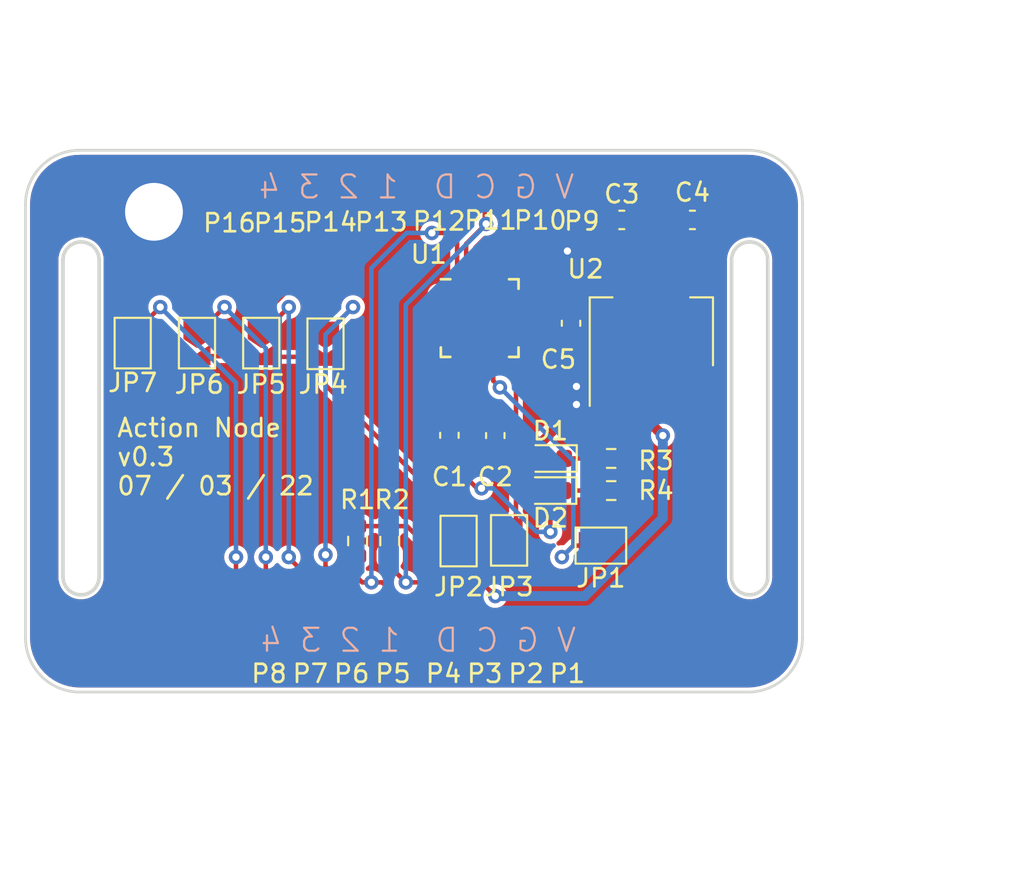
<source format=kicad_pcb>
(kicad_pcb (version 20211014) (generator pcbnew)
  (layers (0 "F.Cu" signal) (31 "B.Cu" signal) (34 "B.Paste" user) (35 "F.Paste" user) (36 "B.SilkS" user "B.Silkscreen") (37 "F.SilkS" user "F.Silkscreen") (38 "B.Mask" user) (39 "F.Mask" user) (44 "Edge.Cuts" user))
  (net 0 "")
  (net 1 "Net-(C1-Pad1)")
  (net 2 "GND")
  (net 3 "Net-(C2-Pad1)")
  (net 4 "Net-(C3-Pad1)")
  (net 5 "VCC")
  (net 6 "+3V3")
  (net 7 "/AD0")
  (net 8 "Net-(JP1-Pad2)")
  (net 9 "/INT")
  (net 10 "/CH1")
  (net 11 "/CH2")
  (net 12 "/CH3")
  (net 13 "/CH4")
  (net 14 "/SCL")
  (net 15 "/SDA")
  (net 18 "Net-(D1-Pad1)")
  (net 19 "Net-(D2-Pad1)")
  (footprint "Sensor_Motion:InvenSense_QFN-24_4x4mm_P0.5mm" (layer "F.Cu") (at 126.646 43.215)
    (fp_text reference "U1" (at -2.819 -3.531) (layer "F.SilkS"))
    (fp_text value "MPU-6050")
    (fp_line (start 2.15 -2.15) (end 1.625 -2.15) (layer "F.SilkS") (width 0.15))
    (fp_line (start 2.15 -2.15) (end 2.15 -1.625) (layer "F.SilkS") (width 0.15))
    (fp_line (start 2.15 2.15) (end 2.15 1.625) (layer "F.SilkS") (width 0.15))
    (fp_line (start -2.15 2.15) (end -2.15 1.625) (layer "F.SilkS") (width 0.15))
    (fp_line (start -2.15 -2.15) (end -1.625 -2.15) (layer "F.SilkS") (width 0.15))
    (fp_line (start -2.15 2.15) (end -1.625 2.15) (layer "F.SilkS") (width 0.15))
    (fp_line (start 2.15 2.15) (end 1.625 2.15) (layer "F.SilkS") (width 0.15))
    (pad "1" smd roundrect (at -1.95 -1.25) (size 0.85 0.3) (layers "F.Cu" "F.Paste" "F.Mask") (net 2 "GND"))
    (pad "2" smd roundrect (at -1.95 -0.75) (size 0.85 0.3) (layers "F.Cu" "F.Paste" "F.Mask"))
    (pad "3" smd roundrect (at -1.95 -0.25) (size 0.85 0.3) (layers "F.Cu" "F.Paste" "F.Mask"))
    (pad "4" smd roundrect (at -1.95 0.25) (size 0.85 0.3) (layers "F.Cu" "F.Paste" "F.Mask"))
    (pad "5" smd roundrect (at -1.95 0.75) (size 0.85 0.3) (layers "F.Cu" "F.Paste" "F.Mask"))
    (pad "6" smd roundrect (at -1.95 1.25) (size 0.85 0.3) (layers "F.Cu" "F.Paste" "F.Mask"))
    (pad "7" smd roundrect (at -1.25 1.95 90) (size 0.85 0.3) (layers "F.Cu" "F.Paste" "F.Mask"))
    (pad "8" smd roundrect (at -0.75 1.95 90) (size 0.85 0.3) (layers "F.Cu" "F.Paste" "F.Mask") (net 1 "Net-(C1-Pad1)"))
    (pad "9" smd roundrect (at -0.25 1.95 90) (size 0.85 0.3) (layers "F.Cu" "F.Paste" "F.Mask") (net 7 "/AD0"))
    (pad "10" smd roundrect (at 0.25 1.95 90) (size 0.85 0.3) (layers "F.Cu" "F.Paste" "F.Mask") (net 3 "Net-(C2-Pad1)"))
    (pad "11" smd roundrect (at 0.75 1.95 90) (size 0.85 0.3) (layers "F.Cu" "F.Paste" "F.Mask") (net 8 "Net-(JP1-Pad2)"))
    (pad "12" smd roundrect (at 1.25 1.95 90) (size 0.85 0.3) (layers "F.Cu" "F.Paste" "F.Mask") (net 9 "/INT"))
    (pad "13" smd roundrect (at 1.95 1.25) (size 0.85 0.3) (layers "F.Cu" "F.Paste" "F.Mask") (net 6 "+3V3"))
    (pad "14" smd roundrect (at 1.95 0.75) (size 0.85 0.3) (layers "F.Cu" "F.Paste" "F.Mask"))
    (pad "15" smd roundrect (at 1.95 0.25) (size 0.85 0.3) (layers "F.Cu" "F.Paste" "F.Mask"))
    (pad "16" smd roundrect (at 1.95 -0.25) (size 0.85 0.3) (layers "F.Cu" "F.Paste" "F.Mask"))
    (pad "17" smd roundrect (at 1.95 -0.75) (size 0.85 0.3) (layers "F.Cu" "F.Paste" "F.Mask"))
    (pad "18" smd roundrect (at 1.95 -1.25) (size 0.85 0.3) (layers "F.Cu" "F.Paste" "F.Mask") (net 2 "GND"))
    (pad "19" smd roundrect (at 1.25 -1.95 90) (size 0.85 0.3) (layers "F.Cu" "F.Paste" "F.Mask"))
    (pad "20" smd roundrect (at 0.75 -1.95 90) (size 0.85 0.3) (layers "F.Cu" "F.Paste" "F.Mask") (net 4 "Net-(C3-Pad1)"))
    (pad "21" smd roundrect (at 0.25 -1.95 90) (size 0.85 0.3) (layers "F.Cu" "F.Paste" "F.Mask"))
    (pad "22" smd roundrect (at -0.25 -1.95 90) (size 0.85 0.3) (layers "F.Cu" "F.Paste" "F.Mask"))
    (pad "23" smd roundrect (at -0.75 -1.95 90) (size 0.85 0.3) (layers "F.Cu" "F.Paste" "F.Mask") (net 14 "/SCL"))
    (pad "24" smd roundrect (at -1.25 -1.95 90) (size 0.85 0.3) (layers "F.Cu" "F.Paste" "F.Mask") (net 15 "/SDA"))
    (zone (net 0) (net_name "") (layer "F.Cu") (connect_pads (clearance 0)) (min_thickness 0.254)
      (keepout (tracks not_allowed) (vias not_allowed) (pads not_allowed) (copperpour not_allowed) (footprints allowed))
      (fill (thermal_gap 0.508) (thermal_bridge_width 0.508))
      (polygon (pts (xy 125.271 41.89) (xy 128.021 41.89) (xy 128.021 44.54) (xy 125.271 44.54)))
    )
  )
  (footprint "Connector_Wire:SolderWirePad_1x01_SMD_1x2mm" (layer "F.Cu") (at 114.99 36)
    (fp_text reference "P16" (at -2.19 1.95) (layer "F.SilkS"))
    (fp_text value "CH4")
    (pad "1" smd roundrect (at 0 0) (size 1 2) (layers "F.Cu" "F.Paste" "F.Mask") (net 13 "/CH4"))
  )
  (footprint "Connector_Wire:SolderWirePad_1x01_SMD_1x2mm" (layer "F.Cu") (at 124.642 61)
    (fp_text reference "P4" (at 0 1.9) (layer "F.SilkS"))
    (fp_text value "SDA")
    (pad "1" smd roundrect (at 0 0) (size 1 2) (layers "F.Cu" "F.Paste" "F.Mask") (net 15 "/SDA"))
  )
  (footprint "LED_SMD:LED_0603_1608Metric" (layer "F.Cu") (at 130.507 52.765 180)
    (fp_text reference "D2" (at -0.051 -1.524) (layer "F.SilkS"))
    (fp_text value "Selector")
    (fp_line (start 0.8 -0.735) (end -1.485 -0.735) (layer "F.SilkS") (width 0.12))
    (fp_line (start -1.485 -0.735) (end -1.485 0.735) (layer "F.SilkS") (width 0.12))
    (fp_line (start -1.485 0.735) (end 0.8 0.735) (layer "F.SilkS") (width 0.12))
    (pad "1" smd roundrect (at -0.7875 0 180) (size 0.875 0.95) (layers "F.Cu" "F.Paste" "F.Mask") (net 19 "Net-(D2-Pad1)"))
    (pad "2" smd roundrect (at 0.7875 0 180) (size 0.875 0.95) (layers "F.Cu" "F.Paste" "F.Mask") (net 7 "/AD0"))
  )
  (footprint "Resistor_SMD:R_0603_1608Metric" (layer "F.Cu") (at 133.923 50.987 180)
    (fp_text reference "R3" (at -2.476 -0.127) (layer "F.SilkS"))
    (fp_text value "68")
    (fp_line (start -0.237258 -0.5225) (end 0.237258 -0.5225) (layer "F.SilkS") (width 0.12))
    (fp_line (start -0.237258 0.5225) (end 0.237258 0.5225) (layer "F.SilkS") (width 0.12))
    (pad "1" smd roundrect (at -0.825 0 180) (size 0.8 0.95) (layers "F.Cu" "F.Paste" "F.Mask") (net 2 "GND"))
    (pad "2" smd roundrect (at 0.825 0 180) (size 0.8 0.95) (layers "F.Cu" "F.Paste" "F.Mask") (net 18 "Net-(D1-Pad1)"))
  )
  (footprint "Connector_Wire:SolderWirePad_1x01_SMD_1x2mm" (layer "F.Cu") (at 119.562 36)
    (fp_text reference "P14" (at -1.162 1.9) (layer "F.SilkS"))
    (fp_text value "CH2")
    (pad "1" smd roundrect (at 0 0) (size 1 2) (layers "F.Cu" "F.Paste" "F.Mask") (net 11 "/CH2"))
  )
  (footprint "Jumper:SolderJumper-2_P1.3mm_Open_TrianglePad1.0x1.5mm" (layer "F.Cu") (at 125.478 55.559 -90)
    (fp_text reference "JP2" (at 2.54 0 180) (layer "F.SilkS"))
    (fp_text value "Jumper")
    (fp_line (start -1.4 -1) (end 1.4 -1) (layer "F.SilkS") (width 0.12))
    (fp_line (start 1.4 1) (end -1.4 1) (layer "F.SilkS") (width 0.12))
    (fp_line (start 1.4 -1) (end 1.4 1) (layer "F.SilkS") (width 0.12))
    (fp_line (start -1.4 1) (end -1.4 -1) (layer "F.SilkS") (width 0.12))
    (pad "1" smd custom (at -0.725 0 270) (size 0.3 0.3) (layers "F.Cu" "F.Mask") (net 9 "/INT") (options (clearance outline) (anchor rect)) (primitives (gr_poly (pts (xy 1 0) (xy 0.5 0.75) (xy -0.5 0.75) (xy -0.5 -0.75) (xy 0.5 -0.75)) (width 0) (fill yes))))
    (pad "2" smd custom (at 0.725 0 270) (size 0.3 0.3) (layers "F.Cu" "F.Mask") (net 6 "+3V3") (options (clearance outline) (anchor rect)) (primitives (gr_poly (pts (xy 0.5 0.75) (xy -0.65 0.75) (xy -0.15 0) (xy -0.65 -0.75) (xy 0.5 -0.75)) (width 0) (fill yes))))
  )
  (footprint "Capacitor_SMD:C_0603_1608Metric" (layer "F.Cu") (at 138.419 37.779 180)
    (fp_text reference "C4" (at 0 1.524) (layer "F.SilkS"))
    (fp_text value "0.33u")
    (fp_line (start -0.14058 -0.51) (end 0.14058 -0.51) (layer "F.SilkS") (width 0.12))
    (fp_line (start -0.14058 0.51) (end 0.14058 0.51) (layer "F.SilkS") (width 0.12))
    (pad "1" smd roundrect (at -0.775 0 180) (size 0.9 0.95) (layers "F.Cu" "F.Paste" "F.Mask") (net 5 "VCC"))
    (pad "2" smd roundrect (at 0.775 0 180) (size 0.9 0.95) (layers "F.Cu" "F.Paste" "F.Mask") (net 2 "GND"))
  )
  (footprint "Connector_Wire:SolderWirePad_1x01_SMD_1x2mm" (layer "F.Cu") (at 126.928 61)
    (fp_text reference "P3" (at 0 1.9) (layer "F.SilkS"))
    (fp_text value "SCL")
    (pad "1" smd roundrect (at 0 0) (size 1 2) (layers "F.Cu" "F.Paste" "F.Mask") (net 14 "/SCL"))
  )
  (footprint "Connector_Wire:SolderWirePad_1x01_SMD_1x2mm" (layer "F.Cu") (at 124.642 36)
    (fp_text reference "P12" (at -0.242 1.85) (layer "F.SilkS"))
    (fp_text value "SDA")
    (pad "1" smd roundrect (at 0 0) (size 1 2) (layers "F.Cu" "F.Paste" "F.Mask") (net 15 "/SDA"))
  )
  (footprint "Connector_Wire:SolderWirePad_1x01_SMD_1x2mm" (layer "F.Cu") (at 126.928 36)
    (fp_text reference "P11" (at 0.322 1.8) (layer "F.SilkS"))
    (fp_text value "SCL")
    (pad "1" smd roundrect (at 0 0) (size 1 2) (layers "F.Cu" "F.Paste" "F.Mask") (net 14 "/SCL"))
  )
  (footprint "Package_TO_SOT_SMD:SOT-223-3_TabPin2" (layer "F.Cu") (at 136.146 43.977 90)
    (fp_text reference "U2" (at 3.477 -3.646 180) (layer "F.SilkS"))
    (fp_text value "AMS1117-3.3")
    (fp_line (start -1.85 3.41) (end 1.91 3.41) (layer "F.SilkS") (width 0.12))
    (fp_line (start 1.91 -3.41) (end 1.91 -2.15) (layer "F.SilkS") (width 0.12))
    (fp_line (start -4.1 -3.41) (end 1.91 -3.41) (layer "F.SilkS") (width 0.12))
    (fp_line (start 1.91 3.41) (end 1.91 2.15) (layer "F.SilkS") (width 0.12))
    (pad "1" smd rect (at -3.15 -2.3 90) (size 2 1.5) (layers "F.Cu" "F.Paste" "F.Mask") (net 2 "GND"))
    (pad "2" smd rect (at 3.15 0 90) (size 2 3.8) (layers "F.Cu" "F.Paste" "F.Mask") (net 6 "+3V3"))
    (pad "2" smd rect (at -3.15 0 90) (size 2 1.5) (layers "F.Cu" "F.Paste" "F.Mask") (net 6 "+3V3"))
    (pad "3" smd rect (at -3.15 2.3 90) (size 2 1.5) (layers "F.Cu" "F.Paste" "F.Mask") (net 5 "VCC"))
  )
  (footprint "Jumper:SolderJumper-2_P1.3mm_Open_TrianglePad1.0x1.5mm" (layer "F.Cu") (at 107.444 44.6 -90)
    (fp_text reference "JP7" (at 2.196 0) (layer "F.SilkS"))
    (fp_text value "Jumper")
    (fp_line (start 1.4 -1) (end 1.4 1) (layer "F.SilkS") (width 0.12))
    (fp_line (start -1.4 -1) (end 1.4 -1) (layer "F.SilkS") (width 0.12))
    (fp_line (start 1.4 1) (end -1.4 1) (layer "F.SilkS") (width 0.12))
    (fp_line (start -1.4 1) (end -1.4 -1) (layer "F.SilkS") (width 0.12))
    (pad "1" smd custom (at -0.725 0 270) (size 0.3 0.3) (layers "F.Cu" "F.Mask") (net 13 "/CH4") (options (clearance outline) (anchor rect)) (primitives (gr_poly (pts (xy 1 0) (xy 0.5 0.75) (xy -0.5 0.75) (xy -0.5 -0.75) (xy 0.5 -0.75)) (width 0) (fill yes))))
    (pad "2" smd custom (at 0.725 0 270) (size 0.3 0.3) (layers "F.Cu" "F.Mask") (net 7 "/AD0") (options (clearance outline) (anchor rect)) (primitives (gr_poly (pts (xy 0.5 0.75) (xy -0.65 0.75) (xy -0.15 0) (xy -0.65 -0.75) (xy 0.5 -0.75)) (width 0) (fill yes))))
  )
  (footprint "Jumper:SolderJumper-2_P1.3mm_Open_TrianglePad1.0x1.5mm" (layer "F.Cu") (at 111 44.6 -90)
    (fp_text reference "JP6" (at 2.286 -0.127) (layer "F.SilkS"))
    (fp_text value "Jumper")
    (fp_line (start 1.4 -1) (end 1.4 1) (layer "F.SilkS") (width 0.12))
    (fp_line (start -1.4 1) (end -1.4 -1) (layer "F.SilkS") (width 0.12))
    (fp_line (start 1.4 1) (end -1.4 1) (layer "F.SilkS") (width 0.12))
    (fp_line (start -1.4 -1) (end 1.4 -1) (layer "F.SilkS") (width 0.12))
    (pad "1" smd custom (at -0.725 0 270) (size 0.3 0.3) (layers "F.Cu" "F.Mask") (net 12 "/CH3") (options (clearance outline) (anchor rect)) (primitives (gr_poly (pts (xy 1 0) (xy 0.5 0.75) (xy -0.5 0.75) (xy -0.5 -0.75) (xy 0.5 -0.75)) (width 0) (fill yes))))
    (pad "2" smd custom (at 0.725 0 270) (size 0.3 0.3) (layers "F.Cu" "F.Mask") (net 7 "/AD0") (options (clearance outline) (anchor rect)) (primitives (gr_poly (pts (xy 0.5 0.75) (xy -0.65 0.75) (xy -0.15 0) (xy -0.65 -0.75) (xy 0.5 -0.75)) (width 0) (fill yes))))
  )
  (footprint "Connector_Wire:SolderWirePad_1x01_SMD_1x2mm" (layer "F.Cu") (at 114.99 61)
    (fp_text reference "P8" (at 0 1.9) (layer "F.SilkS"))
    (fp_text value "CH4")
    (pad "1" smd roundrect (at 0 0) (size 1 2) (layers "F.Cu" "F.Paste" "F.Mask") (net 13 "/CH4"))
  )
  (footprint "Capacitor_SMD:C_0603_1608Metric" (layer "F.Cu") (at 124.97 49.704 -90)
    (fp_text reference "C1" (at 2.299 0) (layer "F.SilkS"))
    (fp_text value "10n")
    (fp_line (start -0.14058 0.51) (end 0.14058 0.51) (layer "F.SilkS") (width 0.12))
    (fp_line (start -0.14058 -0.51) (end 0.14058 -0.51) (layer "F.SilkS") (width 0.12))
    (pad "1" smd roundrect (at -0.775 0 270) (size 0.9 0.95) (layers "F.Cu" "F.Paste" "F.Mask") (net 1 "Net-(C1-Pad1)"))
    (pad "2" smd roundrect (at 0.775 0 270) (size 0.9 0.95) (layers "F.Cu" "F.Paste" "F.Mask") (net 2 "GND"))
  )
  (footprint "Resistor_SMD:R_0603_1608Metric" (layer "F.Cu") (at 121.668 55.559 -90)
    (fp_text reference "R2" (at -2.286 -0.127 180) (layer "F.SilkS"))
    (fp_text value "10k")
    (fp_line (start -0.237258 -0.5225) (end 0.237258 -0.5225) (layer "F.SilkS") (width 0.12))
    (fp_line (start -0.237258 0.5225) (end 0.237258 0.5225) (layer "F.SilkS") (width 0.12))
    (pad "1" smd roundrect (at -0.825 0 270) (size 0.8 0.95) (layers "F.Cu" "F.Paste" "F.Mask") (net 6 "+3V3"))
    (pad "2" smd roundrect (at 0.825 0 270) (size 0.8 0.95) (layers "F.Cu" "F.Paste" "F.Mask") (net 14 "/SCL"))
  )
  (footprint "Capacitor_SMD:C_0603_1608Metric" (layer "F.Cu") (at 127.51 49.717 -90)
    (fp_text reference "C2" (at 2.286 0) (layer "F.SilkS"))
    (fp_text value "0.1u")
    (fp_line (start -0.14058 0.51) (end 0.14058 0.51) (layer "F.SilkS") (width 0.12))
    (fp_line (start -0.14058 -0.51) (end 0.14058 -0.51) (layer "F.SilkS") (width 0.12))
    (pad "1" smd roundrect (at -0.775 0 270) (size 0.9 0.95) (layers "F.Cu" "F.Paste" "F.Mask") (net 3 "Net-(C2-Pad1)"))
    (pad "2" smd roundrect (at 0.775 0 270) (size 0.9 0.95) (layers "F.Cu" "F.Paste" "F.Mask") (net 2 "GND"))
  )
  (footprint "Jumper:SolderJumper-2_P1.3mm_Open_TrianglePad1.0x1.5mm" (layer "F.Cu") (at 114.556 44.6 -90)
    (fp_text reference "JP5" (at 2.286 0) (layer "F.SilkS"))
    (fp_text value "Jumper")
    (fp_line (start 1.4 1) (end -1.4 1) (layer "F.SilkS") (width 0.12))
    (fp_line (start -1.4 1) (end -1.4 -1) (layer "F.SilkS") (width 0.12))
    (fp_line (start 1.4 -1) (end 1.4 1) (layer "F.SilkS") (width 0.12))
    (fp_line (start -1.4 -1) (end 1.4 -1) (layer "F.SilkS") (width 0.12))
    (pad "1" smd custom (at -0.725 0 270) (size 0.3 0.3) (layers "F.Cu" "F.Mask") (net 11 "/CH2") (options (clearance outline) (anchor rect)) (primitives (gr_poly (pts (xy 1 0) (xy 0.5 0.75) (xy -0.5 0.75) (xy -0.5 -0.75) (xy 0.5 -0.75)) (width 0) (fill yes))))
    (pad "2" smd custom (at 0.725 0 270) (size 0.3 0.3) (layers "F.Cu" "F.Mask") (net 7 "/AD0") (options (clearance outline) (anchor rect)) (primitives (gr_poly (pts (xy 0.5 0.75) (xy -0.65 0.75) (xy -0.15 0) (xy -0.65 -0.75) (xy 0.5 -0.75)) (width 0) (fill yes))))
  )
  (footprint "LED_SMD:LED_0603_1608Metric" (layer "F.Cu") (at 130.5325 50.987 180)
    (fp_text reference "D1" (at -0.0255 1.524) (layer "F.SilkS"))
    (fp_text value "Power")
    (fp_line (start 0.8 -0.735) (end -1.485 -0.735) (layer "F.SilkS") (width 0.12))
    (fp_line (start -1.485 0.735) (end 0.8 0.735) (layer "F.SilkS") (width 0.12))
    (fp_line (start -1.485 -0.735) (end -1.485 0.735) (layer "F.SilkS") (width 0.12))
    (pad "1" smd roundrect (at -0.7875 0 180) (size 0.875 0.95) (layers "F.Cu" "F.Paste" "F.Mask") (net 18 "Net-(D1-Pad1)"))
    (pad "2" smd roundrect (at 0.7875 0 180) (size 0.875 0.95) (layers "F.Cu" "F.Paste" "F.Mask") (net 6 "+3V3"))
  )
  (footprint "Capacitor_SMD:C_0603_1608Metric" (layer "F.Cu") (at 131.701 43.5 90)
    (fp_text reference "C5" (at -2 -0.701 180) (layer "F.SilkS"))
    (fp_text value "0.1u")
    (fp_line (start -0.14058 0.51) (end 0.14058 0.51) (layer "F.SilkS") (width 0.12))
    (fp_line (start -0.14058 -0.51) (end 0.14058 -0.51) (layer "F.SilkS") (width 0.12))
    (pad "1" smd roundrect (at -0.775 0 90) (size 0.9 0.95) (layers "F.Cu" "F.Paste" "F.Mask") (net 6 "+3V3"))
    (pad "2" smd roundrect (at 0.775 0 90) (size 0.9 0.95) (layers "F.Cu" "F.Paste" "F.Mask") (net 2 "GND"))
  )
  (footprint "Connector_Wire:SolderWirePad_1x01_SMD_1x2mm" (layer "F.Cu") (at 121.848 36)
    (fp_text reference "P13" (at -0.648 1.9) (layer "F.SilkS"))
    (fp_text value "CH1")
    (pad "1" smd roundrect (at 0 0) (size 1 2) (layers "F.Cu" "F.Paste" "F.Mask") (net 10 "/CH1"))
  )
  (footprint "Resistor_SMD:R_0603_1608Metric" (layer "F.Cu") (at 133.924 52.765 180)
    (fp_text reference "R4" (at -2.476 0) (layer "F.SilkS"))
    (fp_text value "68")
    (fp_line (start -0.237258 0.5225) (end 0.237258 0.5225) (layer "F.SilkS") (width 0.12))
    (fp_line (start -0.237258 -0.5225) (end 0.237258 -0.5225) (layer "F.SilkS") (width 0.12))
    (pad "1" smd roundrect (at -0.825 0 180) (size 0.8 0.95) (layers "F.Cu" "F.Paste" "F.Mask") (net 2 "GND"))
    (pad "2" smd roundrect (at 0.825 0 180) (size 0.8 0.95) (layers "F.Cu" "F.Paste" "F.Mask") (net 19 "Net-(D2-Pad1)"))
  )
  (footprint "Connector_Wire:SolderWirePad_1x01_SMD_1x2mm" (layer "F.Cu") (at 129.214 61)
    (fp_text reference "P2" (at 0 1.9) (layer "F.SilkS"))
    (fp_text value "GND")
    (pad "1" smd roundrect (at 0 0) (size 1 2) (layers "F.Cu" "F.Paste" "F.Mask") (net 2 "GND"))
  )
  (footprint "Connector_Wire:SolderWirePad_1x01_SMD_1x2mm" (layer "F.Cu") (at 117.276 36)
    (fp_text reference "P15" (at -1.676 1.95) (layer "F.SilkS"))
    (fp_text value "CH3")
    (pad "1" smd roundrect (at 0 0) (size 1 2) (layers "F.Cu" "F.Paste" "F.Mask") (net 12 "/CH3"))
  )
  (footprint "Capacitor_SMD:C_0603_1608Metric" (layer "F.Cu") (at 134.508 37.779)
    (fp_text reference "C3" (at 0 -1.43) (layer "F.SilkS"))
    (fp_text value "2.2n")
    (fp_line (start -0.14058 0.51) (end 0.14058 0.51) (layer "F.SilkS") (width 0.12))
    (fp_line (start -0.14058 -0.51) (end 0.14058 -0.51) (layer "F.SilkS") (width 0.12))
    (pad "1" smd roundrect (at -0.775 0) (size 0.9 0.95) (layers "F.Cu" "F.Paste" "F.Mask") (net 4 "Net-(C3-Pad1)"))
    (pad "2" smd roundrect (at 0.775 0) (size 0.9 0.95) (layers "F.Cu" "F.Paste" "F.Mask") (net 2 "GND"))
  )
  (footprint "Connector_Wire:SolderWirePad_1x01_SMD_1x2mm" (layer "F.Cu") (at 119.562 61)
    (fp_text reference "P6" (at 0 1.9) (layer "F.SilkS"))
    (fp_text value "CH2")
    (pad "1" smd roundrect (at 0 0) (size 1 2) (layers "F.Cu" "F.Paste" "F.Mask") (net 11 "/CH2"))
  )
  (footprint "Connector_Wire:SolderWirePad_1x01_SMD_1x2mm" (layer "F.Cu") (at 131.5 61)
    (fp_text reference "P1" (at 0 1.9) (layer "F.SilkS"))
    (fp_text value "VCC")
    (pad "1" smd roundrect (at 0 0) (size 1 2) (layers "F.Cu" "F.Paste" "F.Mask") (net 5 "VCC"))
  )
  (footprint "Jumper:SolderJumper-2_P1.3mm_Open_TrianglePad1.0x1.5mm" (layer "F.Cu") (at 133.352 55.813 180)
    (fp_text reference "JP1" (at 0 -1.8) (layer "F.SilkS"))
    (fp_text value "Jumper")
    (fp_line (start -1.4 -1) (end 1.4 -1) (layer "F.SilkS") (width 0.12))
    (fp_line (start -1.4 1) (end -1.4 -1) (layer "F.SilkS") (width 0.12))
    (fp_line (start 1.4 1) (end -1.4 1) (layer "F.SilkS") (width 0.12))
    (fp_line (start 1.4 -1) (end 1.4 1) (layer "F.SilkS") (width 0.12))
    (pad "1" smd custom (at -0.725 0 180) (size 0.3 0.3) (layers "F.Cu" "F.Mask") (net 2 "GND") (options (clearance outline) (anchor rect)) (primitives (gr_poly (pts (xy 1 0) (xy 0.5 0.75) (xy -0.5 0.75) (xy -0.5 -0.75) (xy 0.5 -0.75)) (width 0) (fill yes))))
    (pad "2" smd custom (at 0.725 0 180) (size 0.3 0.3) (layers "F.Cu" "F.Mask") (net 8 "Net-(JP1-Pad2)") (options (clearance outline) (anchor rect)) (primitives (gr_poly (pts (xy 0.5 0.75) (xy -0.65 0.75) (xy -0.15 0) (xy -0.65 -0.75) (xy 0.5 -0.75)) (width 0) (fill yes))))
  )
  (footprint "Connector_Wire:SolderWirePad_1x01_SMD_1x2mm" (layer "F.Cu") (at 117.276 61)
    (fp_text reference "P7" (at 0 1.9) (layer "F.SilkS"))
    (fp_text value "CH3")
    (pad "1" smd roundrect (at 0 0) (size 1 2) (layers "F.Cu" "F.Paste" "F.Mask") (net 12 "/CH3"))
  )
  (footprint "Jumper:SolderJumper-2_P1.3mm_Open_TrianglePad1.0x1.5mm" (layer "F.Cu") (at 118.112 44.637 -90)
    (fp_text reference "JP4" (at 2.249 0.127) (layer "F.SilkS"))
    (fp_text value "Jumper")
    (fp_line (start -1.4 1) (end -1.4 -1) (layer "F.SilkS") (width 0.12))
    (fp_line (start 1.4 1) (end -1.4 1) (layer "F.SilkS") (width 0.12))
    (fp_line (start -1.4 -1) (end 1.4 -1) (layer "F.SilkS") (width 0.12))
    (fp_line (start 1.4 -1) (end 1.4 1) (layer "F.SilkS") (width 0.12))
    (pad "1" smd custom (at -0.725 0 270) (size 0.3 0.3) (layers "F.Cu" "F.Mask") (net 10 "/CH1") (options (clearance outline) (anchor rect)) (primitives (gr_poly (pts (xy 1 0) (xy 0.5 0.75) (xy -0.5 0.75) (xy -0.5 -0.75) (xy 0.5 -0.75)) (width 0) (fill yes))))
    (pad "2" smd custom (at 0.725 0 270) (size 0.3 0.3) (layers "F.Cu" "F.Mask") (net 7 "/AD0") (options (clearance outline) (anchor rect)) (primitives (gr_poly (pts (xy 0.5 0.75) (xy -0.65 0.75) (xy -0.15 0) (xy -0.65 -0.75) (xy 0.5 -0.75)) (width 0) (fill yes))))
  )
  (footprint "Jumper:SolderJumper-2_P1.3mm_Open_TrianglePad1.0x1.5mm" (layer "F.Cu") (at 128.272 55.522 -90)
    (fp_text reference "JP3" (at 2.577 0 180) (layer "F.SilkS"))
    (fp_text value "Jumper")
    (fp_line (start 1.4 1) (end -1.4 1) (layer "F.SilkS") (width 0.12))
    (fp_line (start -1.4 -1) (end 1.4 -1) (layer "F.SilkS") (width 0.12))
    (fp_line (start -1.4 1) (end -1.4 -1) (layer "F.SilkS") (width 0.12))
    (fp_line (start 1.4 -1) (end 1.4 1) (layer "F.SilkS") (width 0.12))
    (pad "1" smd custom (at -0.725 0 270) (size 0.3 0.3) (layers "F.Cu" "F.Mask") (net 9 "/INT") (options (clearance outline) (anchor rect)) (primitives (gr_poly (pts (xy 1 0) (xy 0.5 0.75) (xy -0.5 0.75) (xy -0.5 -0.75) (xy 0.5 -0.75)) (width 0) (fill yes))))
    (pad "2" smd custom (at 0.725 0 270) (size 0.3 0.3) (layers "F.Cu" "F.Mask") (net 2 "GND") (options (clearance outline) (anchor rect)) (primitives (gr_poly (pts (xy 0.5 0.75) (xy -0.65 0.75) (xy -0.15 0) (xy -0.65 -0.75) (xy 0.5 -0.75)) (width 0) (fill yes))))
  )
  (footprint "Connector_Wire:SolderWirePad_1x01_SMD_1x2mm" (layer "F.Cu") (at 131.5 36)
    (fp_text reference "P9" (at 0.8 1.85) (layer "F.SilkS"))
    (fp_text value "VCC")
    (pad "1" smd roundrect (at 0 0) (size 1 2) (layers "F.Cu" "F.Paste" "F.Mask") (net 5 "VCC"))
  )
  (footprint "Connector_Wire:SolderWirePad_1x01_SMD_1x2mm" (layer "F.Cu") (at 129.214 36)
    (fp_text reference "P10" (at 0.786 1.8) (layer "F.SilkS"))
    (fp_text value "GND")
    (pad "1" smd roundrect (at 0 0) (size 1 2) (layers "F.Cu" "F.Paste" "F.Mask") (net 2 "GND"))
  )
  (footprint "Connector_Wire:SolderWirePad_1x01_SMD_1x2mm" (layer "F.Cu") (at 121.848 61)
    (fp_text reference "P5" (at 0 1.9) (layer "F.SilkS"))
    (fp_text value "CH1")
    (pad "1" smd roundrect (at 0 0) (size 1 2) (layers "F.Cu" "F.Paste" "F.Mask") (net 10 "/CH1"))
  )
  (footprint "Resistor_SMD:R_0603_1608Metric" (layer "F.Cu") (at 119.89 55.559 -90)
    (fp_text reference "R1" (at -2.286 0 180) (layer "F.SilkS"))
    (fp_text value "10k")
    (fp_line (start -0.237258 -0.5225) (end 0.237258 -0.5225) (layer "F.SilkS") (width 0.12))
    (fp_line (start -0.237258 0.5225) (end 0.237258 0.5225) (layer "F.SilkS") (width 0.12))
    (pad "1" smd roundrect (at -0.825 0 270) (size 0.8 0.95) (layers "F.Cu" "F.Paste" "F.Mask") (net 6 "+3V3"))
    (pad "2" smd roundrect (at 0.825 0 270) (size 0.8 0.95) (layers "F.Cu" "F.Paste" "F.Mask") (net 15 "/SDA"))
  )
  (gr_line (start 104.51 63.92) (end 141.51 63.92) (layer "Edge.Cuts") (width 0.15))
  (gr_arc (start 103.58468 40.017) (mid 104.58468 38.999393) (end 105.58468 40.017) (layer "Edge.Cuts") (width 0.2))
  (gr_arc (start 105.58468 57.517) (mid 104.58468 58.534607) (end 103.58468 57.517) (layer "Edge.Cuts") (width 0.2))
  (gr_line (start 104.51 33.92) (end 141.51 33.92) (layer "Edge.Cuts") (width 0.15))
  (gr_line (start 103.58468 57.517) (end 103.58468 40.017) (layer "Edge.Cuts") (width 0.2))
  (gr_arc (start 141.51 33.92) (mid 143.63132 34.79868) (end 144.51 36.92) (layer "Edge.Cuts") (width 0.15))
  (gr_line (start 105.58468 57.517) (end 105.58468 40.017) (layer "Edge.Cuts") (width 0.2))
  (gr_line (start 140.58468 57.517) (end 140.58468 40.017) (layer "Edge.Cuts") (width 0.2))
  (gr_arc (start 104.51 63.92) (mid 102.38868 63.04132) (end 101.51 60.92) (layer "Edge.Cuts") (width 0.15))
  (gr_line (start 101.51 60.92) (end 101.51 36.92) (layer "Edge.Cuts") (width 0.15))
  (gr_arc (start 140.58468 40.017) (mid 141.58468 38.999393) (end 142.58468 40.017) (layer "Edge.Cuts") (width 0.2))
  (gr_arc (start 144.51 60.92) (mid 143.63132 63.04132) (end 141.51 63.92) (layer "Edge.Cuts") (width 0.15))
  (gr_line (start 144.51 36.92) (end 144.51 60.92) (layer "Edge.Cuts") (width 0.15))
  (gr_arc (start 101.51 36.92) (mid 102.38868 34.79868) (end 104.51 33.92) (layer "Edge.Cuts") (width 0.15))
  (gr_arc (start 142.58468 57.517) (mid 141.58468 58.534607) (end 140.58468 57.517) (layer "Edge.Cuts") (width 0.2))
  (gr_line (start 142.58468 57.517) (end 142.58468 40.017) (layer "Edge.Cuts") (width 0.2))
  (gr_text "V G C D  1 2 3 4" (at 123.15 35.95) (layer "B.SilkS") (effects (font (size 1.27 1.27) (thickness 0.125)) (justify mirror)))
  (gr_text "V G C D  1 2 3 4" (at 123.25 61.05) (layer "B.SilkS") (effects (font (size 1.27 1.27) (thickness 0.125)) (justify mirror)))
  (gr_text "Action Node\nv0.3\n07 / 03 / 22" (at 106.5 50.9) (layer "F.SilkS") (effects (font (size 1 1)) (justify left)))
  (segment (start 124.97 47.304) (end 125.896 46.378) (width 0.25) (layer "F.Cu") (net 1))
  (segment (start 124.97 48.929) (end 124.97 47.304) (width 0.25) (layer "F.Cu") (net 1))
  (segment (start 125.896 46.378) (end 125.896 45.165) (width 0.25) (layer "F.Cu") (net 1))
  (via (at 132 48) (size 0.8) (drill 0.4) (layers "F.Cu" "B.Cu") (net 2))
  (via (at 131.5 39.5) (size 0.8) (drill 0.4) (layers "F.Cu" "B.Cu") (net 2))
  (via (at 132 47) (size 0.8) (drill 0.4) (layers "F.Cu" "B.Cu") (net 2))
  (via (at 108.62 37.33) (size 4) (drill 3.2) (layers "F.Cu" "B.Cu") (net 2))
  (segment (start 127.51 48.193) (end 127.51 48.942) (width 0.25) (layer "F.Cu") (net 3))
  (segment (start 126.896 47.579) (end 127.51 48.193) (width 0.25) (layer "F.Cu") (net 3))
  (segment (start 126.896 45.165) (end 126.896 47.579) (width 0.25) (layer "F.Cu") (net 3))
  (segment (start 127.396 41.265) (end 127.396 39.658) (width 0.25) (layer "F.Cu") (net 4))
  (segment (start 129.275 37.779) (end 133.733 37.779) (width 0.25) (layer "F.Cu") (net 4))
  (segment (start 127.396 39.658) (end 129.275 37.779) (width 0.25) (layer "F.Cu") (net 4))
  (segment (start 139.194 37.779) (end 139.194 45.907) (width 0.75) (layer "F.Cu") (net 5))
  (segment (start 138.446 46.655) (end 138.446 47.127) (width 0.5) (layer "F.Cu") (net 5))
  (segment (start 139.194 45.907) (end 138.446 46.655) (width 0.75) (layer "F.Cu") (net 5))
  (segment (start 135 61) (end 131.5 61) (width 0.75) (layer "F.Cu") (net 5))
  (segment (start 138.686 36) (end 139.194 36.508) (width 0.75) (layer "F.Cu") (net 5))
  (segment (start 138.446 47.127) (end 138.446 57.554) (width 0.75) (layer "F.Cu") (net 5))
  (segment (start 138.446 57.554) (end 135 61) (width 0.75) (layer "F.Cu") (net 5))
  (segment (start 138.686 36) (end 131.5 36) (width 0.75) (layer "F.Cu") (net 5))
  (segment (start 139.194 36.508) (end 139.194 37.779) (width 0.75) (layer "F.Cu") (net 5))
  (segment (start 131.701 44.472) (end 131.694 44.465) (width 0.25) (layer "F.Cu") (net 6))
  (segment (start 121.668 54.734) (end 119.89 54.734) (width 0.25) (layer "F.Cu") (net 6))
  (segment (start 136.146 45.145) (end 135.384 44.383) (width 0.5) (layer "F.Cu") (net 6))
  (segment (start 121.668 54.734) (end 122.621 54.734) (width 0.25) (layer "F.Cu") (net 6))
  (segment (start 125.478 56.575) (end 127.51 58.607) (width 0.25) (layer "F.Cu") (net 6))
  (segment (start 122.621 54.734) (end 124.208 56.321) (width 0.25) (layer "F.Cu") (net 6))
  (segment (start 135.384 43.113) (end 136.146 42.351) (width 0.5) (layer "F.Cu") (net 6))
  (segment (start 136.273 49.209) (end 130.939 49.209) (width 0.55) (layer "F.Cu") (net 6))
  (segment (start 125.441 56.321) (end 125.478 56.284) (width 0.25) (layer "F.Cu") (net 6))
  (segment (start 130.939 49.209) (end 129.745 50.403) (width 0.55) (layer "F.Cu") (net 6))
  (segment (start 129.745 50.403) (end 129.745 50.987) (width 0.55) (layer "F.Cu") (net 6))
  (segment (start 136.146 47.127) (end 136.146 49.082) (width 0.55) (layer "F.Cu") (net 6))
  (segment (start 135.384 44.383) (end 131.79 44.383) (width 0.6) (layer "F.Cu") (net 6))
  (segment (start 125.478 56.284) (end 125.478 56.575) (width 0.25) (layer "F.Cu") (net 6))
  (segment (start 131.694 44.465) (end 128.596 44.465) (width 0.3) (layer "F.Cu") (net 6))
  (segment (start 136.781 49.717) (end 136.273 49.209) (width 0.25) (layer "F.Cu") (net 6))
  (segment (start 136.146 47.127) (end 136.146 45.145) (width 0.5) (layer "F.Cu") (net 6))
  (segment (start 124.208 56.321) (end 125.441 56.321) (width 0.25) (layer "F.Cu") (net 6))
  (segment (start 136.146 49.082) (end 136.781 49.717) (width 0.55) (layer "F.Cu") (net 6))
  (segment (start 135.384 44.383) (end 135.384 43.113) (width 0.5) (layer "F.Cu") (net 6))
  (segment (start 131.79 44.383) (end 131.701 44.472) (width 0.25) (layer "F.Cu") (net 6))
  (segment (start 136.146 42.351) (end 136.146 40.827) (width 0.5) (layer "F.Cu") (net 6))
  (via (at 127.51 58.607) (size 0.8) (drill 0.4) (layers "F.Cu" "B.Cu") (net 6))
  (via (at 136.781 49.717) (size 0.8) (drill 0.4) (layers "F.Cu" "B.Cu") (net 6))
  (segment (start 136.781 54.289) (end 132.463 58.607) (width 0.55) (layer "B.Cu") (net 6))
  (segment (start 132.463 58.607) (end 127.51 58.607) (width 0.55) (layer "B.Cu") (net 6))
  (segment (start 136.781 49.717) (end 136.781 54.289) (width 0.55) (layer "B.Cu") (net 6))
  (segment (start 129.7195 52.765) (end 129.7195 53.0695) (width 0.25) (layer "F.Cu") (net 7))
  (segment (start 126.396 46.767) (end 126.24 46.923) (width 0.25) (layer "F.Cu") (net 7))
  (segment (start 125.478 52.511) (end 123.7 52.511) (width 0.25) (layer "F.Cu") (net 7))
  (segment (start 125.9225 52.0665) (end 126.494 52.638) (width 0.25) (layer "F.Cu") (net 7))
  (segment (start 126.24 46.923) (end 126.24 51.749) (width 0.25) (layer "F.Cu") (net 7))
  (segment (start 114.593 45.362) (end 114.556 45.325) (width 0.25) (layer "F.Cu") (net 7))
  (segment (start 111 45.325) (end 107.444 45.325) (width 0.25) (layer "F.Cu") (net 7))
  (segment (start 123.7 52.511) (end 118.112 46.923) (width 0.25) (layer "F.Cu") (net 7))
  (segment (start 118.112 46.923) (end 118.112 45.362) (width 0.25) (layer "F.Cu") (net 7))
  (segment (start 118.112 45.362) (end 114.593 45.362) (width 0.25) (layer "F.Cu") (net 7))
  (segment (start 126.494 52.638) (end 126.748 52.638) (width 0.25) (layer "F.Cu") (net 7))
  (segment (start 114.556 45.325) (end 111 45.325) (width 0.25) (layer "F.Cu") (net 7))
  (segment (start 126.396 45.165) (end 126.396 46.767) (width 0.25) (layer "F.Cu") (net 7))
  (segment (start 125.9225 52.0665) (end 125.478 52.511) (width 0.25) (layer "F.Cu") (net 7))
  (segment (start 126.24 51.749) (end 125.9225 52.0665) (width 0.25) (layer "F.Cu") (net 7))
  (segment (start 129.7195 53.0695) (end 130.558 53.908) (width 0.25) (layer "F.Cu") (net 7))
  (segment (start 130.558 53.908) (end 130.558 55.051) (width 0.25) (layer "F.Cu") (net 7))
  (via (at 130.558 55.051) (size 0.8) (drill 0.4) (layers "F.Cu" "B.Cu") (net 7))
  (via (at 126.748 52.638) (size 0.8) (drill 0.4) (layers "F.Cu" "B.Cu") (net 7))
  (segment (start 129.796 55.051) (end 130.558 55.051) (width 0.25) (layer "B.Cu") (net 7))
  (segment (start 126.748 52.638) (end 127.383 52.638) (width 0.25) (layer "B.Cu") (net 7))
  (segment (start 127.383 52.638) (end 129.796 55.051) (width 0.25) (layer "B.Cu") (net 7))
  (segment (start 131.828 55.813) (end 131.193 56.448) (width 0.25) (layer "F.Cu") (net 8))
  (segment (start 132.627 55.813) (end 131.828 55.813) (width 0.25) (layer "F.Cu") (net 8))
  (segment (start 127.396 45.165) (end 127.396 46.682) (width 0.25) (layer "F.Cu") (net 8))
  (segment (start 127.396 46.682) (end 127.764 47.05) (width 0.25) (layer "F.Cu") (net 8))
  (via (at 131.193 56.448) (size 0.8) (drill 0.4) (layers "F.Cu" "B.Cu") (net 8))
  (via (at 127.764 47.05) (size 0.8) (drill 0.4) (layers "F.Cu" "B.Cu") (net 8))
  (segment (start 131.828 51.114) (end 131.828 55.813) (width 0.25) (layer "B.Cu") (net 8))
  (segment (start 131.828 55.813) (end 131.193 56.448) (width 0.25) (layer "B.Cu") (net 8))
  (segment (start 127.764 47.05) (end 131.828 51.114) (width 0.25) (layer "B.Cu") (net 8))
  (segment (start 127.896 45.658) (end 128.653 46.415) (width 0.25) (layer "F.Cu") (net 9))
  (segment (start 127.896 45.165) (end 127.896 45.658) (width 0.25) (layer "F.Cu") (net 9))
  (segment (start 128.653 46.415) (end 128.653 54.416) (width 0.25) (layer "F.Cu") (net 9))
  (segment (start 125.478 54.834) (end 128.235 54.834) (width 0.25) (layer "F.Cu") (net 9))
  (segment (start 128.653 54.416) (end 128.272 54.797) (width 0.25) (layer "F.Cu") (net 9))
  (segment (start 128.235 54.834) (end 128.272 54.797) (width 0.25) (layer "F.Cu") (net 9))
  (segment (start 118.112 43.912) (end 118.329 43.912) (width 0.25) (layer "F.Cu") (net 10))
  (segment (start 120.45 59.3) (end 121.45 59.3) (width 0.25) (layer "F.Cu") (net 10))
  (segment (start 118.112 56.962) (end 120.45 59.3) (width 0.25) (layer "F.Cu") (net 10))
  (segment (start 121.848 37.652) (end 118.112 41.388) (width 0.25) (layer "F.Cu") (net 10))
  (segment (start 121.848 59.698) (end 121.848 61) (width 0.25) (layer "F.Cu") (net 10))
  (segment (start 121.45 59.3) (end 121.848 59.698) (width 0.25) (layer "F.Cu") (net 10))
  (segment (start 118.112 56.321) (end 118.112 56.962) (width 0.25) (layer "F.Cu") (net 10))
  (segment (start 121.848 36) (end 121.848 37.652) (width 0.25) (layer "F.Cu") (net 10))
  (segment (start 118.329 43.912) (end 119.636 42.605) (width 0.25) (layer "F.Cu") (net 10))
  (segment (start 118.112 41.388) (end 118.112 43.912) (width 0.25) (layer "F.Cu") (net 10))
  (via (at 118.112 56.321) (size 0.8) (drill 0.4) (layers "F.Cu" "B.Cu") (net 10))
  (via (at 119.636 42.605) (size 0.8) (drill 0.4) (layers "F.Cu" "B.Cu") (net 10))
  (segment (start 118.112 44.129) (end 118.112 56.321) (width 0.25) (layer "B.Cu") (net 10))
  (segment (start 119.636 42.605) (end 118.112 44.129) (width 0.25) (layer "B.Cu") (net 10))
  (segment (start 114.81 43.875) (end 116.08 42.605) (width 0.25) (layer "F.Cu") (net 11))
  (segment (start 119.562 38.138) (end 119.562 36) (width 0.25) (layer "F.Cu") (net 11))
  (segment (start 119.562 61) (end 119.562 59.962) (width 0.25) (layer "F.Cu") (net 11))
  (segment (start 114.556 43.144) (end 119.562 38.138) (width 0.25) (layer "F.Cu") (net 11))
  (segment (start 116.08 56.48) (end 116.08 56.448) (width 0.25) (layer "F.Cu") (net 11))
  (segment (start 114.556 43.875) (end 114.556 43.144) (width 0.25) (layer "F.Cu") (net 11))
  (segment (start 114.556 43.875) (end 114.81 43.875) (width 0.25) (layer "F.Cu") (net 11))
  (segment (start 119.562 59.962) (end 116.08 56.48) (width 0.25) (layer "F.Cu") (net 11))
  (via (at 116.08 56.448) (size 0.8) (drill 0.4) (layers "F.Cu" "B.Cu") (net 11))
  (via (at 116.08 42.605) (size 0.8) (drill 0.4) (layers "F.Cu" "B.Cu") (net 11))
  (segment (start 116.08 42.605) (end 116.08 56.448) (width 0.25) (layer "B.Cu") (net 11))
  (segment (start 117.276 36) (end 117.276 37.974) (width 0.25) (layer "F.Cu") (net 12))
  (segment (start 117.276 59.576) (end 117.276 61) (width 0.25) (layer "F.Cu") (net 12))
  (segment (start 114.81 57.11) (end 117.276 59.576) (width 0.25) (layer "F.Cu") (net 12))
  (segment (start 111 42.6) (end 111 43.875) (width 0.25) (layer "F.Cu") (net 12))
  (segment (start 111 43.875) (end 111.254 43.875) (width 0.25) (layer "F.Cu") (net 12))
  (segment (start 113.2 40.4) (end 111 42.6) (width 0.25) (layer "F.Cu") (net 12))
  (segment (start 114.85 40.4) (end 113.2 40.4) (width 0.25) (layer "F.Cu") (net 12))
  (segment (start 111.254 43.875) (end 112.524 42.605) (width 0.25) (layer "F.Cu") (net 12))
  (segment (start 117.276 37.974) (end 114.85 40.4) (width 0.25) (layer "F.Cu") (net 12))
  (segment (start 114.81 56.448) (end 114.81 57.11) (width 0.25) (layer "F.Cu") (net 12))
  (via (at 114.81 56.448) (size 0.8) (drill 0.4) (layers "F.Cu" "B.Cu") (net 12))
  (via (at 112.524 42.605) (size 0.8) (drill 0.4) (layers "F.Cu" "B.Cu") (net 12))
  (segment (start 114.81 44.891) (end 114.81 56.448) (width 0.25) (layer "B.Cu") (net 12))
  (segment (start 112.524 42.605) (end 114.81 44.891) (width 0.25) (layer "B.Cu") (net 12))
  (segment (start 113.159 57.709) (end 114.99 59.54) (width 0.25) (layer "F.Cu") (net 13))
  (segment (start 107.698 43.875) (end 108.968 42.605) (width 0.25) (layer "F.Cu") (net 13))
  (segment (start 114.99 37.81) (end 114.99 36) (width 0.25) (layer "F.Cu") (net 13))
  (segment (start 114.99 59.54) (end 114.99 61) (width 0.25) (layer "F.Cu") (net 13))
  (segment (start 113.159 56.448) (end 113.159 57.709) (width 0.25) (layer "F.Cu") (net 13))
  (segment (start 107.444 43.875) (end 107.698 43.875) (width 0.25) (layer "F.Cu") (net 13))
  (segment (start 113.3 39.5) (end 114.99 37.81) (width 0.25) (layer "F.Cu") (net 13))
  (segment (start 107.444 42.90853) (end 110.85253 39.5) (width 0.25) (layer "F.Cu") (net 13))
  (segment (start 107.444 43.875) (end 107.444 42.90853) (width 0.25) (layer "F.Cu") (net 13))
  (segment (start 110.85253 39.5) (end 113.3 39.5) (width 0.25) (layer "F.Cu") (net 13))
  (via (at 108.968 42.605) (size 0.8) (drill 0.4) (layers "F.Cu" "B.Cu") (net 13))
  (via (at 113.159 56.448) (size 0.8) (drill 0.4) (layers "F.Cu" "B.Cu") (net 13))
  (segment (start 108.968 42.605) (end 113.159 46.796) (width 0.25) (layer "B.Cu") (net 13))
  (segment (start 113.159 46.796) (end 113.159 56.448) (width 0.25) (layer "B.Cu") (net 13))
  (segment (start 125.395 57.845) (end 126.95 59.4) (width 0.25) (layer "F.Cu") (net 14))
  (segment (start 121.668 56.384) (end 121.668 56.956) (width 0.25) (layer "F.Cu") (net 14))
  (segment (start 125.896 39.104) (end 125.896 41.265) (width 0.25) (layer "F.Cu") (net 14))
  (segment (start 122.557 57.845) (end 125.395 57.845) (width 0.25) (layer "F.Cu") (net 14))
  (segment (start 126.928 36) (end 126.928 37.928) (width 0.25) (layer "F.Cu") (net 14))
  (segment (start 126.95 60.978) (end 126.928 61) (width 0.25) (layer "F.Cu") (net 14))
  (segment (start 126.95 59.4) (end 126.95 60.978) (width 0.25) (layer "F.Cu") (net 14))
  (segment (start 126.928 37.928) (end 127 38) (width 0.25) (layer "F.Cu") (net 14))
  (segment (start 121.668 56.956) (end 122.557 57.845) (width 0.25) (layer "F.Cu") (net 14))
  (segment (start 127 38) (end 125.896 39.104) (width 0.25) (layer "F.Cu") (net 14))
  (via (at 122.557 57.845) (size 0.8) (drill 0.4) (layers "F.Cu" "B.Cu") (net 14))
  (via (at 127 38) (size 0.8) (drill 0.4) (layers "F.Cu" "B.Cu") (net 14))
  (segment (start 127 38.035) (end 122.557 42.478) (width 0.25) (layer "B.Cu") (net 14))
  (segment (start 122.557 42.478) (end 122.557 57.845) (width 0.25) (layer "B.Cu") (net 14))
  (segment (start 127 38) (end 127 38.035) (width 0.25) (layer "B.Cu") (net 14))
  (segment (start 125.396 38.896) (end 125.396 41.265) (width 0.25) (layer "F.Cu") (net 15))
  (segment (start 119.89 56.384) (end 119.89 57.591) (width 0.25) (layer "F.Cu") (net 15))
  (segment (start 120.652 57.845) (end 121.245 57.845) (width 0.25) (layer "F.Cu") (net 15))
  (segment (start 125 38.5) (end 125.396 38.896) (width 0.25) (layer "F.Cu") (net 15))
  (segment (start 123.3 59.9) (end 123.3 61) (width 0.25) (layer "F.Cu") (net 15))
  (segment (start 121.245 57.845) (end 123.3 59.9) (width 0.25) (layer "F.Cu") (net 15))
  (segment (start 119.89 57.591) (end 120.144 57.845) (width 0.25) (layer "F.Cu") (net 15))
  (segment (start 124.6 38.5) (end 125 38.5) (width 0.25) (layer "F.Cu") (net 15))
  (segment (start 124.642 36) (end 124.642 38.458) (width 0.25) (layer "F.Cu") (net 15))
  (segment (start 120.144 57.845) (end 120.652 57.845) (width 0.25) (layer "F.Cu") (net 15))
  (segment (start 123.3 61) (end 124.642 61) (width 0.25) (layer "F.Cu") (net 15))
  (segment (start 124 38.5) (end 124.6 38.5) (width 0.25) (layer "F.Cu") (net 15))
  (segment (start 124.642 38.458) (end 124.6 38.5) (width 0.25) (layer "F.Cu") (net 15))
  (via (at 124 38.5) (size 0.8) (drill 0.4) (layers "F.Cu" "B.Cu") (net 15))
  (via (at 120.652 57.845) (size 0.8) (drill 0.4) (layers "F.Cu" "B.Cu") (net 15))
  (segment (start 124 38.5) (end 122.598 38.5) (width 0.25) (layer "B.Cu") (net 15))
  (segment (start 120.652 40.446) (end 120.652 57.845) (width 0.25) (layer "B.Cu") (net 15))
  (segment (start 122.598 38.5) (end 120.652 40.446) (width 0.25) (layer "B.Cu") (net 15))
  (segment (start 131.32 50.987) (end 133.098 50.987) (width 0.25) (layer "F.Cu") (net 18))
  (segment (start 131.2945 52.765) (end 133.099 52.765) (width 0.25) (layer "F.Cu") (net 19))
  (zone (net 2) (net_name "GND") (layers F&B.Cu) (connect_pads (clearance 0.254)) (min_thickness 0.254) (fill yes (thermal_gap 0.508) (thermal_bridge_width 0.508))
    (polygon (pts (xy 146 66.2) (xy 100.2 66.7) (xy 100.1 32.2) (xy 100.3 32.1) (xy 146 32.1)))
  )
)
</source>
